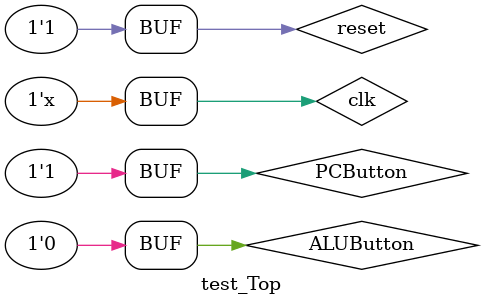
<source format=v>
`timescale 1ns / 1ps


module test_Top;

	// Inputs
	reg clk;
	reg reset;
   reg PCButton;
	reg ALUButton;
	wire [7:0] LED;
	// Instantiate the Unit Under Test (UUT)
	Top uut (
		.clock(clk), 
		.PCButton(PCButton),
		.ALUButton(ALUButton),
		.reset(reset),
		.LED(LED)
	);
   always #50 clk <= ~ clk;
	initial begin
		clk <= 0;
		reset <= 0;
		PCButton <= 1;
		ALUButton <= 0;
      #1100 reset <= 1;
	end
      
endmodule


</source>
